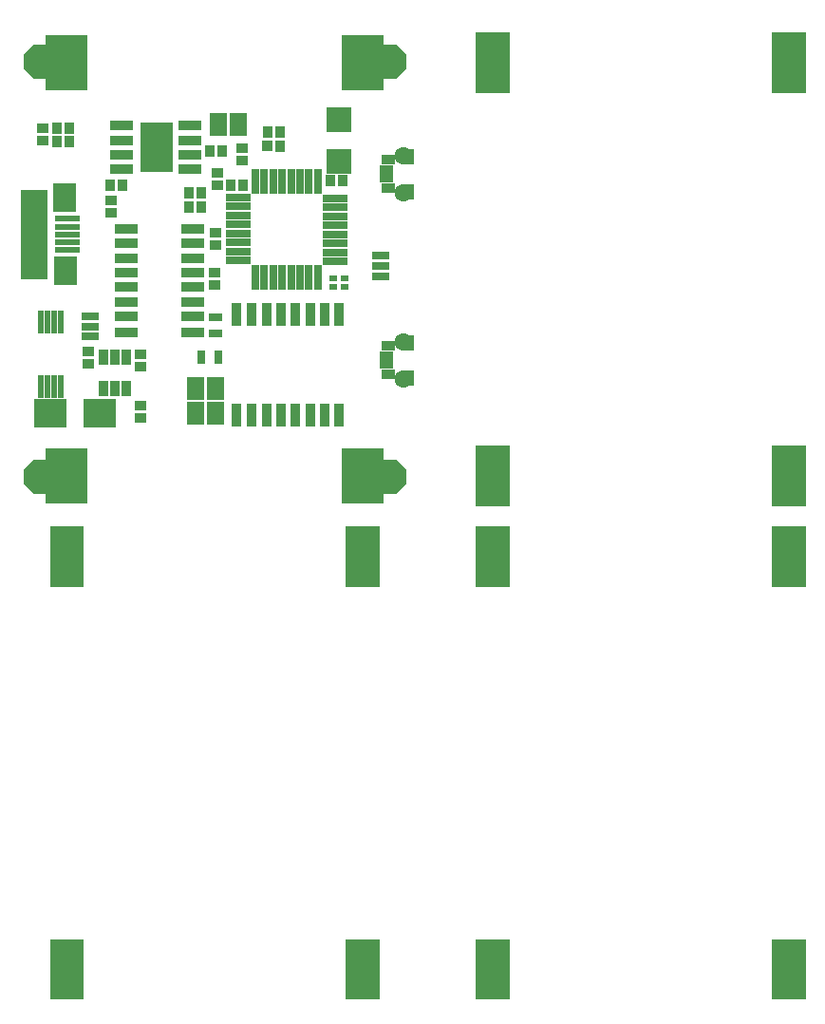
<source format=gbr>
%FSLAX34Y34*%
%MOMM*%
%LNSOLDERMASK_TOP*%
G71*
G01*
%ADD10R, 2.30X0.60*%
%ADD11R, 2.10X2.50*%
%ADD12R, 2.40X8.00*%
%ADD13R, 0.70X2.20*%
%ADD14R, 2.20X0.70*%
%ADD15R, 1.60X0.70*%
%ADD16R, 0.80X0.60*%
%ADD17R, 2.90X2.60*%
%ADD18R, 0.60X2.00*%
%ADD19R, 0.90X1.40*%
%ADD20R, 1.00X0.90*%
%ADD21R, 2.00X0.90*%
%ADD22R, 1.30X0.80*%
%ADD23R, 0.80X1.30*%
%ADD24R, 0.90X1.00*%
%ADD25R, 2.90X4.50*%
%ADD26R, 1.50X2.00*%
%ADD27R, 3.70X5.00*%
%ADD28R, 2.20X2.20*%
%ADD29R, 0.90X2.00*%
%ADD30R, 1.30X1.60*%
%ADD31R, 1.20X0.90*%
%ADD32C, 1.60*%
%ADD33R, 0.70X1.40*%
%LPD*%
G36*
X682000Y996000D02*
X712000Y996000D01*
X712000Y942000D01*
X682000Y942000D01*
X682000Y996000D01*
G37*
G36*
X682000Y628000D02*
X712000Y628000D01*
X712000Y574000D01*
X682000Y574000D01*
X682000Y628000D01*
G37*
G36*
X418000Y628000D02*
X448000Y628000D01*
X448000Y574000D01*
X418000Y574000D01*
X418000Y628000D01*
G37*
G36*
X38000Y556000D02*
X68000Y556000D01*
X68000Y502000D01*
X38000Y502000D01*
X38000Y556000D01*
G37*
G36*
X302000Y556000D02*
X332000Y556000D01*
X332000Y502000D01*
X302000Y502000D01*
X302000Y556000D01*
G37*
G36*
X302000Y188000D02*
X332000Y188000D01*
X332000Y134000D01*
X302000Y134000D01*
X302000Y188000D01*
G37*
G36*
X38000Y188000D02*
X68000Y188000D01*
X68000Y134000D01*
X38000Y134000D01*
X38000Y188000D01*
G37*
G36*
X418000Y556000D02*
X448000Y556000D01*
X448000Y502000D01*
X418000Y502000D01*
X418000Y556000D01*
G37*
G36*
X682000Y556000D02*
X712000Y556000D01*
X712000Y502000D01*
X682000Y502000D01*
X682000Y556000D01*
G37*
G36*
X682000Y188000D02*
X712000Y188000D01*
X712000Y134000D01*
X682000Y134000D01*
X682000Y188000D01*
G37*
G36*
X418000Y188000D02*
X448000Y188000D01*
X448000Y134000D01*
X418000Y134000D01*
X418000Y188000D01*
G37*
X54000Y830000D02*
G54D10*
D03*
X54000Y823000D02*
G54D10*
D03*
X54000Y816000D02*
G54D10*
D03*
X54000Y802000D02*
G54D10*
D03*
X54000Y809000D02*
G54D10*
D03*
X51000Y849000D02*
G54D11*
D03*
X52000Y784000D02*
G54D11*
D03*
X24000Y816000D02*
G54D12*
D03*
X221000Y863000D02*
G54D13*
D03*
X229000Y863000D02*
G54D13*
D03*
X237000Y863000D02*
G54D13*
D03*
X245000Y863000D02*
G54D13*
D03*
X253000Y863000D02*
G54D13*
D03*
X261000Y863000D02*
G54D13*
D03*
X269000Y863000D02*
G54D13*
D03*
X277000Y863000D02*
G54D13*
D03*
X221000Y778000D02*
G54D13*
D03*
X229000Y778000D02*
G54D13*
D03*
X237000Y778000D02*
G54D13*
D03*
X245000Y778000D02*
G54D13*
D03*
X253000Y778000D02*
G54D13*
D03*
X261000Y778000D02*
G54D13*
D03*
X269000Y778000D02*
G54D13*
D03*
X277000Y778000D02*
G54D13*
D03*
X292000Y848000D02*
G54D14*
D03*
X292000Y840000D02*
G54D14*
D03*
X292000Y832000D02*
G54D14*
D03*
X292000Y824000D02*
G54D14*
D03*
X292000Y816000D02*
G54D14*
D03*
X292000Y808000D02*
G54D14*
D03*
X292000Y800000D02*
G54D14*
D03*
X292000Y792000D02*
G54D14*
D03*
X206000Y849000D02*
G54D14*
D03*
X206000Y841000D02*
G54D14*
D03*
X206000Y833000D02*
G54D14*
D03*
X206000Y825000D02*
G54D14*
D03*
X206000Y817000D02*
G54D14*
D03*
X206000Y809000D02*
G54D14*
D03*
X206000Y801000D02*
G54D14*
D03*
X206000Y793000D02*
G54D14*
D03*
X333000Y797000D02*
G54D15*
D03*
X333000Y788000D02*
G54D15*
D03*
X333000Y779000D02*
G54D15*
D03*
X290500Y776500D02*
G54D16*
D03*
X290500Y769500D02*
G54D16*
D03*
X300500Y776500D02*
G54D16*
D03*
X300500Y769500D02*
G54D16*
D03*
X38000Y657000D02*
G54D17*
D03*
X82000Y657000D02*
G54D17*
D03*
X48000Y738000D02*
G54D18*
D03*
X42000Y738000D02*
G54D18*
D03*
X36000Y738000D02*
G54D18*
D03*
X30000Y738000D02*
G54D18*
D03*
X48000Y680000D02*
G54D18*
D03*
X42000Y680000D02*
G54D18*
D03*
X36000Y680000D02*
G54D18*
D03*
X30000Y680000D02*
G54D18*
D03*
X86000Y679000D02*
G54D19*
D03*
X96000Y679000D02*
G54D19*
D03*
X106000Y679000D02*
G54D19*
D03*
X86000Y707000D02*
G54D19*
D03*
X96000Y707000D02*
G54D19*
D03*
X106000Y707000D02*
G54D19*
D03*
X118500Y663500D02*
G54D20*
D03*
X118500Y652500D02*
G54D20*
D03*
X72500Y711500D02*
G54D20*
D03*
X72500Y700500D02*
G54D20*
D03*
X106000Y821000D02*
G54D21*
D03*
X106000Y808000D02*
G54D21*
D03*
X106000Y795000D02*
G54D21*
D03*
X106000Y782000D02*
G54D21*
D03*
X106000Y769000D02*
G54D21*
D03*
X106000Y756000D02*
G54D21*
D03*
X106000Y743000D02*
G54D21*
D03*
X106000Y729000D02*
G54D21*
D03*
X165000Y821000D02*
G54D21*
D03*
X165000Y808000D02*
G54D21*
D03*
X165000Y795000D02*
G54D21*
D03*
X165000Y782000D02*
G54D21*
D03*
X165000Y769000D02*
G54D21*
D03*
X165000Y756000D02*
G54D21*
D03*
X165000Y743000D02*
G54D21*
D03*
X165000Y729000D02*
G54D21*
D03*
X74000Y743000D02*
G54D15*
D03*
X74000Y734000D02*
G54D15*
D03*
X74000Y725000D02*
G54D15*
D03*
X185500Y742500D02*
G54D22*
D03*
X185500Y727500D02*
G54D22*
D03*
X173000Y707000D02*
G54D23*
D03*
X188000Y707000D02*
G54D23*
D03*
X184595Y782000D02*
G54D20*
D03*
X184595Y771000D02*
G54D20*
D03*
X192000Y890000D02*
G54D24*
D03*
X181000Y890000D02*
G54D24*
D03*
X102000Y913000D02*
G54D21*
D03*
X102000Y900000D02*
G54D21*
D03*
X102000Y887000D02*
G54D21*
D03*
X102000Y874000D02*
G54D21*
D03*
X163000Y913000D02*
G54D21*
D03*
X163000Y900000D02*
G54D21*
D03*
X163000Y887000D02*
G54D21*
D03*
X163000Y874000D02*
G54D21*
D03*
X133000Y894000D02*
G54D25*
D03*
X188000Y914000D02*
G54D26*
D03*
X206000Y914000D02*
G54D26*
D03*
X55000Y911000D02*
G54D24*
D03*
X44000Y911000D02*
G54D24*
D03*
X55000Y899000D02*
G54D24*
D03*
X44000Y899000D02*
G54D24*
D03*
X31500Y910500D02*
G54D20*
D03*
X31500Y899500D02*
G54D20*
D03*
X118500Y709500D02*
G54D20*
D03*
X118500Y698500D02*
G54D20*
D03*
X53000Y969000D02*
G54D27*
D03*
X317000Y969000D02*
G54D27*
D03*
X317000Y601000D02*
G54D27*
D03*
X53000Y601000D02*
G54D27*
D03*
X185500Y817500D02*
G54D20*
D03*
X185500Y806500D02*
G54D20*
D03*
X92437Y846158D02*
G54D20*
D03*
X92437Y835158D02*
G54D20*
D03*
X102938Y859658D02*
G54D24*
D03*
X91938Y859658D02*
G54D24*
D03*
X243000Y907000D02*
G54D24*
D03*
X232000Y907000D02*
G54D24*
D03*
X187000Y860000D02*
G54D20*
D03*
X187000Y871000D02*
G54D20*
D03*
X199000Y860000D02*
G54D24*
D03*
X210000Y860000D02*
G54D24*
D03*
X299000Y864000D02*
G54D24*
D03*
X288000Y864000D02*
G54D24*
D03*
X296000Y881000D02*
G54D28*
D03*
X296000Y918000D02*
G54D28*
D03*
X296000Y745000D02*
G54D29*
D03*
X283000Y745000D02*
G54D29*
D03*
X270000Y745000D02*
G54D29*
D03*
X257000Y745000D02*
G54D29*
D03*
X244000Y745000D02*
G54D29*
D03*
X231000Y745000D02*
G54D29*
D03*
X218000Y745000D02*
G54D29*
D03*
X204000Y745000D02*
G54D29*
D03*
X296000Y655000D02*
G54D29*
D03*
X283000Y655000D02*
G54D29*
D03*
X270000Y655000D02*
G54D29*
D03*
X257000Y655000D02*
G54D29*
D03*
X244000Y655000D02*
G54D29*
D03*
X231000Y655000D02*
G54D29*
D03*
X218000Y655000D02*
G54D29*
D03*
X204000Y655000D02*
G54D29*
D03*
X168000Y679000D02*
G54D26*
D03*
X186000Y679000D02*
G54D26*
D03*
X168000Y657000D02*
G54D26*
D03*
X186000Y657000D02*
G54D26*
D03*
X338000Y870000D02*
G54D30*
D03*
X340000Y883000D02*
G54D31*
D03*
X340000Y857000D02*
G54D31*
D03*
X353000Y886000D02*
G54D32*
D03*
X353000Y853000D02*
G54D32*
D03*
X359000Y885000D02*
G54D33*
D03*
X359000Y854000D02*
G54D33*
D03*
X338000Y704000D02*
G54D30*
D03*
X340000Y717000D02*
G54D31*
D03*
X340000Y691000D02*
G54D31*
D03*
X353000Y720000D02*
G54D32*
D03*
X353000Y687000D02*
G54D32*
D03*
X359000Y719000D02*
G54D33*
D03*
X359000Y688000D02*
G54D33*
D03*
G36*
X14500Y976432D02*
X23568Y985500D01*
X36432Y985500D01*
X45500Y976432D01*
X45500Y963568D01*
X36432Y954500D01*
X23568Y954500D01*
X14500Y963568D01*
X14500Y976432D01*
G37*
G36*
X418000Y996000D02*
X448000Y996000D01*
X448000Y942000D01*
X418000Y942000D01*
X418000Y996000D01*
G37*
G36*
X324500Y976432D02*
X333568Y985500D01*
X346432Y985500D01*
X355500Y976432D01*
X355500Y963568D01*
X346432Y954500D01*
X333568Y954500D01*
X324500Y963568D01*
X324500Y976432D01*
G37*
G36*
X324500Y606432D02*
X333568Y615500D01*
X346432Y615500D01*
X355500Y606432D01*
X355500Y593568D01*
X346432Y584500D01*
X333568Y584500D01*
X324500Y593568D01*
X324500Y606432D01*
G37*
G36*
X14500Y606432D02*
X23568Y615500D01*
X36432Y615500D01*
X45500Y606432D01*
X45500Y593568D01*
X36432Y584500D01*
X23568Y584500D01*
X14500Y593568D01*
X14500Y606432D01*
G37*
X209000Y882000D02*
G54D20*
D03*
X209000Y893000D02*
G54D20*
D03*
G36*
X227500Y900000D02*
X236500Y900000D01*
X236500Y890000D01*
X227500Y890000D01*
X227500Y900000D01*
G37*
X243000Y895000D02*
G54D24*
D03*
X162000Y840000D02*
G54D24*
D03*
X173000Y840000D02*
G54D24*
D03*
X162000Y853000D02*
G54D24*
D03*
X173000Y853000D02*
G54D24*
D03*
M02*

</source>
